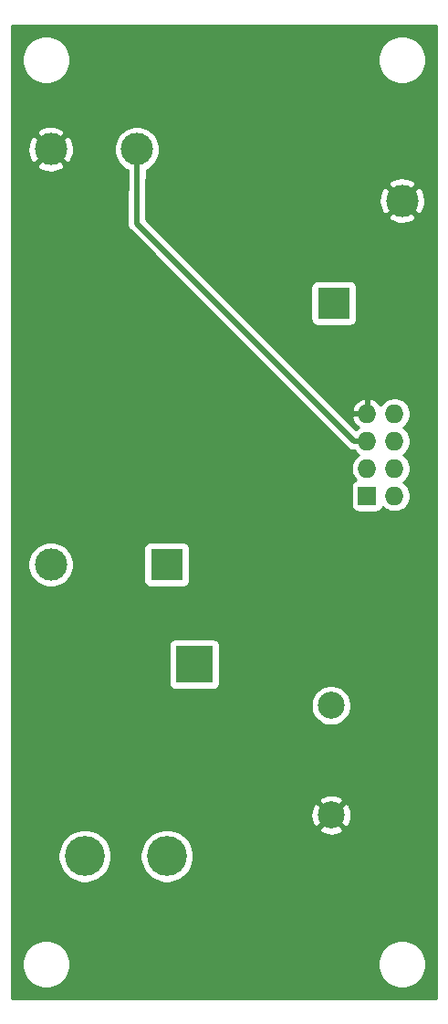
<source format=gbl>
G04 #@! TF.GenerationSoftware,KiCad,Pcbnew,(5.1.5)-3*
G04 #@! TF.CreationDate,2020-05-07T10:05:27-07:00*
G04 #@! TF.ProjectId,Plug_Pass_AC_shield,506c7567-5f50-4617-9373-5f41435f7368,rev?*
G04 #@! TF.SameCoordinates,Original*
G04 #@! TF.FileFunction,Copper,L2,Bot*
G04 #@! TF.FilePolarity,Positive*
%FSLAX46Y46*%
G04 Gerber Fmt 4.6, Leading zero omitted, Abs format (unit mm)*
G04 Created by KiCad (PCBNEW (5.1.5)-3) date 2020-05-07 10:05:27*
%MOMM*%
%LPD*%
G04 APERTURE LIST*
%ADD10C,3.000000*%
%ADD11R,3.000000X3.000000*%
%ADD12C,2.500000*%
%ADD13R,3.500000X3.500000*%
%ADD14C,3.700000*%
%ADD15O,1.727200X1.727200*%
%ADD16R,1.727200X1.727200*%
%ADD17C,0.508000*%
%ADD18C,0.254000*%
G04 APERTURE END LIST*
D10*
X214645240Y-67657580D03*
D11*
X208295240Y-77157580D03*
D12*
X208045240Y-114447320D03*
X208045240Y-124607320D03*
D13*
X195345240Y-110637320D03*
D14*
X192805240Y-128417320D03*
X185185240Y-128417320D03*
D11*
X192786000Y-101386640D03*
D10*
X190036000Y-62886640D03*
X182036000Y-101386640D03*
X182036000Y-62886640D03*
D15*
X213934040Y-87403940D03*
X211394040Y-87403940D03*
X213934040Y-89943940D03*
X211394040Y-89943940D03*
X213934040Y-92483940D03*
X211394040Y-92483940D03*
X213934040Y-95023940D03*
D16*
X211394040Y-95023940D03*
D17*
X190036000Y-62886640D02*
X190036000Y-65090860D01*
X189999620Y-69770834D02*
X189999620Y-68407280D01*
X210172726Y-89943940D02*
X189999620Y-69770834D01*
X211394040Y-89943940D02*
X210172726Y-89943940D01*
X189999620Y-68407280D02*
X190036000Y-65090860D01*
D18*
G36*
X217792301Y-141592300D02*
G01*
X178447700Y-141592300D01*
X178447700Y-138205296D01*
X179328539Y-138205296D01*
X179328539Y-138654704D01*
X179416214Y-139095478D01*
X179588196Y-139510677D01*
X179837874Y-139884347D01*
X180155653Y-140202126D01*
X180529323Y-140451804D01*
X180944522Y-140623786D01*
X181385296Y-140711461D01*
X181834704Y-140711461D01*
X182275478Y-140623786D01*
X182690677Y-140451804D01*
X183064347Y-140202126D01*
X183382126Y-139884347D01*
X183631804Y-139510677D01*
X183803786Y-139095478D01*
X183891461Y-138654704D01*
X183891461Y-138205296D01*
X212348539Y-138205296D01*
X212348539Y-138654704D01*
X212436214Y-139095478D01*
X212608196Y-139510677D01*
X212857874Y-139884347D01*
X213175653Y-140202126D01*
X213549323Y-140451804D01*
X213964522Y-140623786D01*
X214405296Y-140711461D01*
X214854704Y-140711461D01*
X215295478Y-140623786D01*
X215710677Y-140451804D01*
X216084347Y-140202126D01*
X216402126Y-139884347D01*
X216651804Y-139510677D01*
X216823786Y-139095478D01*
X216911461Y-138654704D01*
X216911461Y-138205296D01*
X216823786Y-137764522D01*
X216651804Y-137349323D01*
X216402126Y-136975653D01*
X216084347Y-136657874D01*
X215710677Y-136408196D01*
X215295478Y-136236214D01*
X214854704Y-136148539D01*
X214405296Y-136148539D01*
X213964522Y-136236214D01*
X213549323Y-136408196D01*
X213175653Y-136657874D01*
X212857874Y-136975653D01*
X212608196Y-137349323D01*
X212436214Y-137764522D01*
X212348539Y-138205296D01*
X183891461Y-138205296D01*
X183803786Y-137764522D01*
X183631804Y-137349323D01*
X183382126Y-136975653D01*
X183064347Y-136657874D01*
X182690677Y-136408196D01*
X182275478Y-136236214D01*
X181834704Y-136148539D01*
X181385296Y-136148539D01*
X180944522Y-136236214D01*
X180529323Y-136408196D01*
X180155653Y-136657874D01*
X179837874Y-136975653D01*
X179588196Y-137349323D01*
X179416214Y-137764522D01*
X179328539Y-138205296D01*
X178447700Y-138205296D01*
X178447700Y-128172569D01*
X182700240Y-128172569D01*
X182700240Y-128662071D01*
X182795737Y-129142168D01*
X182983061Y-129594409D01*
X183255014Y-130001415D01*
X183601145Y-130347546D01*
X184008151Y-130619499D01*
X184460392Y-130806823D01*
X184940489Y-130902320D01*
X185429991Y-130902320D01*
X185910088Y-130806823D01*
X186362329Y-130619499D01*
X186769335Y-130347546D01*
X187115466Y-130001415D01*
X187387419Y-129594409D01*
X187574743Y-129142168D01*
X187670240Y-128662071D01*
X187670240Y-128172569D01*
X190320240Y-128172569D01*
X190320240Y-128662071D01*
X190415737Y-129142168D01*
X190603061Y-129594409D01*
X190875014Y-130001415D01*
X191221145Y-130347546D01*
X191628151Y-130619499D01*
X192080392Y-130806823D01*
X192560489Y-130902320D01*
X193049991Y-130902320D01*
X193530088Y-130806823D01*
X193982329Y-130619499D01*
X194389335Y-130347546D01*
X194735466Y-130001415D01*
X195007419Y-129594409D01*
X195194743Y-129142168D01*
X195290240Y-128662071D01*
X195290240Y-128172569D01*
X195194743Y-127692472D01*
X195007419Y-127240231D01*
X194735466Y-126833225D01*
X194389335Y-126487094D01*
X193982329Y-126215141D01*
X193530088Y-126027817D01*
X193049991Y-125932320D01*
X192560489Y-125932320D01*
X192080392Y-126027817D01*
X191628151Y-126215141D01*
X191221145Y-126487094D01*
X190875014Y-126833225D01*
X190603061Y-127240231D01*
X190415737Y-127692472D01*
X190320240Y-128172569D01*
X187670240Y-128172569D01*
X187574743Y-127692472D01*
X187387419Y-127240231D01*
X187115466Y-126833225D01*
X186769335Y-126487094D01*
X186362329Y-126215141D01*
X185910088Y-126027817D01*
X185429991Y-125932320D01*
X184940489Y-125932320D01*
X184460392Y-126027817D01*
X184008151Y-126215141D01*
X183601145Y-126487094D01*
X183255014Y-126833225D01*
X182983061Y-127240231D01*
X182795737Y-127692472D01*
X182700240Y-128172569D01*
X178447700Y-128172569D01*
X178447700Y-125920925D01*
X206911240Y-125920925D01*
X207037154Y-126210897D01*
X207369366Y-126376753D01*
X207727552Y-126474610D01*
X208097946Y-126500709D01*
X208466315Y-126454045D01*
X208818502Y-126336414D01*
X209053326Y-126210897D01*
X209179240Y-125920925D01*
X208045240Y-124786925D01*
X206911240Y-125920925D01*
X178447700Y-125920925D01*
X178447700Y-124660026D01*
X206151851Y-124660026D01*
X206198515Y-125028395D01*
X206316146Y-125380582D01*
X206441663Y-125615406D01*
X206731635Y-125741320D01*
X207865635Y-124607320D01*
X208224845Y-124607320D01*
X209358845Y-125741320D01*
X209648817Y-125615406D01*
X209814673Y-125283194D01*
X209912530Y-124925008D01*
X209938629Y-124554614D01*
X209891965Y-124186245D01*
X209774334Y-123834058D01*
X209648817Y-123599234D01*
X209358845Y-123473320D01*
X208224845Y-124607320D01*
X207865635Y-124607320D01*
X206731635Y-123473320D01*
X206441663Y-123599234D01*
X206275807Y-123931446D01*
X206177950Y-124289632D01*
X206151851Y-124660026D01*
X178447700Y-124660026D01*
X178447700Y-123293715D01*
X206911240Y-123293715D01*
X208045240Y-124427715D01*
X209179240Y-123293715D01*
X209053326Y-123003743D01*
X208721114Y-122837887D01*
X208362928Y-122740030D01*
X207992534Y-122713931D01*
X207624165Y-122760595D01*
X207271978Y-122878226D01*
X207037154Y-123003743D01*
X206911240Y-123293715D01*
X178447700Y-123293715D01*
X178447700Y-114261664D01*
X206160240Y-114261664D01*
X206160240Y-114632976D01*
X206232679Y-114997154D01*
X206374774Y-115340202D01*
X206581065Y-115648938D01*
X206843622Y-115911495D01*
X207152358Y-116117786D01*
X207495406Y-116259881D01*
X207859584Y-116332320D01*
X208230896Y-116332320D01*
X208595074Y-116259881D01*
X208938122Y-116117786D01*
X209246858Y-115911495D01*
X209509415Y-115648938D01*
X209715706Y-115340202D01*
X209857801Y-114997154D01*
X209930240Y-114632976D01*
X209930240Y-114261664D01*
X209857801Y-113897486D01*
X209715706Y-113554438D01*
X209509415Y-113245702D01*
X209246858Y-112983145D01*
X208938122Y-112776854D01*
X208595074Y-112634759D01*
X208230896Y-112562320D01*
X207859584Y-112562320D01*
X207495406Y-112634759D01*
X207152358Y-112776854D01*
X206843622Y-112983145D01*
X206581065Y-113245702D01*
X206374774Y-113554438D01*
X206232679Y-113897486D01*
X206160240Y-114261664D01*
X178447700Y-114261664D01*
X178447700Y-108887320D01*
X192957168Y-108887320D01*
X192957168Y-112387320D01*
X192969428Y-112511802D01*
X193005738Y-112631500D01*
X193064703Y-112741814D01*
X193144055Y-112838505D01*
X193240746Y-112917857D01*
X193351060Y-112976822D01*
X193470758Y-113013132D01*
X193595240Y-113025392D01*
X197095240Y-113025392D01*
X197219722Y-113013132D01*
X197339420Y-112976822D01*
X197449734Y-112917857D01*
X197546425Y-112838505D01*
X197625777Y-112741814D01*
X197684742Y-112631500D01*
X197721052Y-112511802D01*
X197733312Y-112387320D01*
X197733312Y-108887320D01*
X197721052Y-108762838D01*
X197684742Y-108643140D01*
X197625777Y-108532826D01*
X197546425Y-108436135D01*
X197449734Y-108356783D01*
X197339420Y-108297818D01*
X197219722Y-108261508D01*
X197095240Y-108249248D01*
X193595240Y-108249248D01*
X193470758Y-108261508D01*
X193351060Y-108297818D01*
X193240746Y-108356783D01*
X193144055Y-108436135D01*
X193064703Y-108532826D01*
X193005738Y-108643140D01*
X192969428Y-108762838D01*
X192957168Y-108887320D01*
X178447700Y-108887320D01*
X178447700Y-101176361D01*
X179901000Y-101176361D01*
X179901000Y-101596919D01*
X179983047Y-102009396D01*
X180143988Y-102397942D01*
X180377637Y-102747623D01*
X180675017Y-103045003D01*
X181024698Y-103278652D01*
X181413244Y-103439593D01*
X181825721Y-103521640D01*
X182246279Y-103521640D01*
X182658756Y-103439593D01*
X183047302Y-103278652D01*
X183396983Y-103045003D01*
X183694363Y-102747623D01*
X183928012Y-102397942D01*
X184088953Y-102009396D01*
X184171000Y-101596919D01*
X184171000Y-101176361D01*
X184088953Y-100763884D01*
X183928012Y-100375338D01*
X183694363Y-100025657D01*
X183555346Y-99886640D01*
X190647928Y-99886640D01*
X190647928Y-102886640D01*
X190660188Y-103011122D01*
X190696498Y-103130820D01*
X190755463Y-103241134D01*
X190834815Y-103337825D01*
X190931506Y-103417177D01*
X191041820Y-103476142D01*
X191161518Y-103512452D01*
X191286000Y-103524712D01*
X194286000Y-103524712D01*
X194410482Y-103512452D01*
X194530180Y-103476142D01*
X194640494Y-103417177D01*
X194737185Y-103337825D01*
X194816537Y-103241134D01*
X194875502Y-103130820D01*
X194911812Y-103011122D01*
X194924072Y-102886640D01*
X194924072Y-99886640D01*
X194911812Y-99762158D01*
X194875502Y-99642460D01*
X194816537Y-99532146D01*
X194737185Y-99435455D01*
X194640494Y-99356103D01*
X194530180Y-99297138D01*
X194410482Y-99260828D01*
X194286000Y-99248568D01*
X191286000Y-99248568D01*
X191161518Y-99260828D01*
X191041820Y-99297138D01*
X190931506Y-99356103D01*
X190834815Y-99435455D01*
X190755463Y-99532146D01*
X190696498Y-99642460D01*
X190660188Y-99762158D01*
X190647928Y-99886640D01*
X183555346Y-99886640D01*
X183396983Y-99728277D01*
X183047302Y-99494628D01*
X182658756Y-99333687D01*
X182246279Y-99251640D01*
X181825721Y-99251640D01*
X181413244Y-99333687D01*
X181024698Y-99494628D01*
X180675017Y-99728277D01*
X180377637Y-100025657D01*
X180143988Y-100375338D01*
X179983047Y-100763884D01*
X179901000Y-101176361D01*
X178447700Y-101176361D01*
X178447700Y-64378293D01*
X180723952Y-64378293D01*
X180879962Y-64693854D01*
X181254745Y-64884660D01*
X181659551Y-64998684D01*
X182078824Y-65031542D01*
X182496451Y-64981974D01*
X182896383Y-64851883D01*
X183192038Y-64693854D01*
X183348048Y-64378293D01*
X182036000Y-63066245D01*
X180723952Y-64378293D01*
X178447700Y-64378293D01*
X178447700Y-62929464D01*
X179891098Y-62929464D01*
X179940666Y-63347091D01*
X180070757Y-63747023D01*
X180228786Y-64042678D01*
X180544347Y-64198688D01*
X181856395Y-62886640D01*
X182215605Y-62886640D01*
X183527653Y-64198688D01*
X183843214Y-64042678D01*
X184034020Y-63667895D01*
X184148044Y-63263089D01*
X184180902Y-62843816D01*
X184161027Y-62676361D01*
X187901000Y-62676361D01*
X187901000Y-63096919D01*
X187983047Y-63509396D01*
X188143988Y-63897942D01*
X188377637Y-64247623D01*
X188675017Y-64545003D01*
X189024698Y-64778652D01*
X189147001Y-64829311D01*
X189147001Y-65085943D01*
X189111099Y-68358757D01*
X189110621Y-68363613D01*
X189110621Y-68402360D01*
X189110195Y-68441192D01*
X189110621Y-68446064D01*
X189110620Y-69727174D01*
X189106320Y-69770834D01*
X189110620Y-69814494D01*
X189110620Y-69814500D01*
X189123484Y-69945107D01*
X189174317Y-70112684D01*
X189256867Y-70267124D01*
X189367961Y-70402493D01*
X189401884Y-70430333D01*
X209513232Y-90541682D01*
X209541067Y-90575599D01*
X209676435Y-90686693D01*
X209830875Y-90769243D01*
X209896784Y-90789236D01*
X209998450Y-90820076D01*
X210031650Y-90823346D01*
X210129059Y-90832940D01*
X210129065Y-90832940D01*
X210172725Y-90837240D01*
X210187594Y-90835776D01*
X210230001Y-90899242D01*
X210438738Y-91107979D01*
X210597321Y-91213940D01*
X210438738Y-91319901D01*
X210230001Y-91528638D01*
X210065998Y-91774087D01*
X209953030Y-92046815D01*
X209895440Y-92336341D01*
X209895440Y-92631539D01*
X209953030Y-92921065D01*
X210065998Y-93193793D01*
X210230001Y-93439242D01*
X210344063Y-93553304D01*
X210286260Y-93570838D01*
X210175946Y-93629803D01*
X210079255Y-93709155D01*
X209999903Y-93805846D01*
X209940938Y-93916160D01*
X209904628Y-94035858D01*
X209892368Y-94160340D01*
X209892368Y-95887540D01*
X209904628Y-96012022D01*
X209940938Y-96131720D01*
X209999903Y-96242034D01*
X210079255Y-96338725D01*
X210175946Y-96418077D01*
X210286260Y-96477042D01*
X210405958Y-96513352D01*
X210530440Y-96525612D01*
X212257640Y-96525612D01*
X212382122Y-96513352D01*
X212501820Y-96477042D01*
X212612134Y-96418077D01*
X212708825Y-96338725D01*
X212788177Y-96242034D01*
X212847142Y-96131720D01*
X212864676Y-96073917D01*
X212978738Y-96187979D01*
X213224187Y-96351982D01*
X213496915Y-96464950D01*
X213786441Y-96522540D01*
X214081639Y-96522540D01*
X214371165Y-96464950D01*
X214643893Y-96351982D01*
X214889342Y-96187979D01*
X215098079Y-95979242D01*
X215262082Y-95733793D01*
X215375050Y-95461065D01*
X215432640Y-95171539D01*
X215432640Y-94876341D01*
X215375050Y-94586815D01*
X215262082Y-94314087D01*
X215098079Y-94068638D01*
X214889342Y-93859901D01*
X214730759Y-93753940D01*
X214889342Y-93647979D01*
X215098079Y-93439242D01*
X215262082Y-93193793D01*
X215375050Y-92921065D01*
X215432640Y-92631539D01*
X215432640Y-92336341D01*
X215375050Y-92046815D01*
X215262082Y-91774087D01*
X215098079Y-91528638D01*
X214889342Y-91319901D01*
X214730759Y-91213940D01*
X214889342Y-91107979D01*
X215098079Y-90899242D01*
X215262082Y-90653793D01*
X215375050Y-90381065D01*
X215432640Y-90091539D01*
X215432640Y-89796341D01*
X215375050Y-89506815D01*
X215262082Y-89234087D01*
X215098079Y-88988638D01*
X214889342Y-88779901D01*
X214730759Y-88673940D01*
X214889342Y-88567979D01*
X215098079Y-88359242D01*
X215262082Y-88113793D01*
X215375050Y-87841065D01*
X215432640Y-87551539D01*
X215432640Y-87256341D01*
X215375050Y-86966815D01*
X215262082Y-86694087D01*
X215098079Y-86448638D01*
X214889342Y-86239901D01*
X214643893Y-86075898D01*
X214371165Y-85962930D01*
X214081639Y-85905340D01*
X213786441Y-85905340D01*
X213496915Y-85962930D01*
X213224187Y-86075898D01*
X212978738Y-86239901D01*
X212770001Y-86448638D01*
X212662348Y-86609753D01*
X212500894Y-86393647D01*
X212282528Y-86197123D01*
X212030018Y-86046976D01*
X211753067Y-85948977D01*
X211521040Y-86069476D01*
X211521040Y-87276940D01*
X211541040Y-87276940D01*
X211541040Y-87530940D01*
X211521040Y-87530940D01*
X211521040Y-87550940D01*
X211267040Y-87550940D01*
X211267040Y-87530940D01*
X210060223Y-87530940D01*
X209939082Y-87762966D01*
X209984818Y-87913754D01*
X210111356Y-88178884D01*
X210287186Y-88414233D01*
X210505552Y-88610757D01*
X210604143Y-88669381D01*
X210438738Y-88779901D01*
X210352330Y-88866309D01*
X208530935Y-87044914D01*
X209939082Y-87044914D01*
X210060223Y-87276940D01*
X211267040Y-87276940D01*
X211267040Y-86069476D01*
X211035013Y-85948977D01*
X210758062Y-86046976D01*
X210505552Y-86197123D01*
X210287186Y-86393647D01*
X210111356Y-86628996D01*
X209984818Y-86894126D01*
X209939082Y-87044914D01*
X208530935Y-87044914D01*
X197143601Y-75657580D01*
X206157168Y-75657580D01*
X206157168Y-78657580D01*
X206169428Y-78782062D01*
X206205738Y-78901760D01*
X206264703Y-79012074D01*
X206344055Y-79108765D01*
X206440746Y-79188117D01*
X206551060Y-79247082D01*
X206670758Y-79283392D01*
X206795240Y-79295652D01*
X209795240Y-79295652D01*
X209919722Y-79283392D01*
X210039420Y-79247082D01*
X210149734Y-79188117D01*
X210246425Y-79108765D01*
X210325777Y-79012074D01*
X210384742Y-78901760D01*
X210421052Y-78782062D01*
X210433312Y-78657580D01*
X210433312Y-75657580D01*
X210421052Y-75533098D01*
X210384742Y-75413400D01*
X210325777Y-75303086D01*
X210246425Y-75206395D01*
X210149734Y-75127043D01*
X210039420Y-75068078D01*
X209919722Y-75031768D01*
X209795240Y-75019508D01*
X206795240Y-75019508D01*
X206670758Y-75031768D01*
X206551060Y-75068078D01*
X206440746Y-75127043D01*
X206344055Y-75206395D01*
X206264703Y-75303086D01*
X206205738Y-75413400D01*
X206169428Y-75533098D01*
X206157168Y-75657580D01*
X197143601Y-75657580D01*
X190888620Y-69402599D01*
X190888620Y-69149233D01*
X213333192Y-69149233D01*
X213489202Y-69464794D01*
X213863985Y-69655600D01*
X214268791Y-69769624D01*
X214688064Y-69802482D01*
X215105691Y-69752914D01*
X215505623Y-69622823D01*
X215801278Y-69464794D01*
X215957288Y-69149233D01*
X214645240Y-67837185D01*
X213333192Y-69149233D01*
X190888620Y-69149233D01*
X190888620Y-68412106D01*
X190896427Y-67700404D01*
X212500338Y-67700404D01*
X212549906Y-68118031D01*
X212679997Y-68517963D01*
X212838026Y-68813618D01*
X213153587Y-68969628D01*
X214465635Y-67657580D01*
X214824845Y-67657580D01*
X216136893Y-68969628D01*
X216452454Y-68813618D01*
X216643260Y-68438835D01*
X216757284Y-68034029D01*
X216790142Y-67614756D01*
X216740574Y-67197129D01*
X216610483Y-66797197D01*
X216452454Y-66501542D01*
X216136893Y-66345532D01*
X214824845Y-67657580D01*
X214465635Y-67657580D01*
X213153587Y-66345532D01*
X212838026Y-66501542D01*
X212647220Y-66876325D01*
X212533196Y-67281131D01*
X212500338Y-67700404D01*
X190896427Y-67700404D01*
X190913260Y-66165927D01*
X213333192Y-66165927D01*
X214645240Y-67477975D01*
X215957288Y-66165927D01*
X215801278Y-65850366D01*
X215426495Y-65659560D01*
X215021689Y-65545536D01*
X214602416Y-65512678D01*
X214184789Y-65562246D01*
X213784857Y-65692337D01*
X213489202Y-65850366D01*
X213333192Y-66165927D01*
X190913260Y-66165927D01*
X190924521Y-65139395D01*
X190925000Y-65134527D01*
X190925000Y-65095690D01*
X190925425Y-65056947D01*
X190925000Y-65052086D01*
X190925000Y-64829311D01*
X191047302Y-64778652D01*
X191396983Y-64545003D01*
X191694363Y-64247623D01*
X191928012Y-63897942D01*
X192088953Y-63509396D01*
X192171000Y-63096919D01*
X192171000Y-62676361D01*
X192088953Y-62263884D01*
X191928012Y-61875338D01*
X191694363Y-61525657D01*
X191396983Y-61228277D01*
X191047302Y-60994628D01*
X190658756Y-60833687D01*
X190246279Y-60751640D01*
X189825721Y-60751640D01*
X189413244Y-60833687D01*
X189024698Y-60994628D01*
X188675017Y-61228277D01*
X188377637Y-61525657D01*
X188143988Y-61875338D01*
X187983047Y-62263884D01*
X187901000Y-62676361D01*
X184161027Y-62676361D01*
X184131334Y-62426189D01*
X184001243Y-62026257D01*
X183843214Y-61730602D01*
X183527653Y-61574592D01*
X182215605Y-62886640D01*
X181856395Y-62886640D01*
X180544347Y-61574592D01*
X180228786Y-61730602D01*
X180037980Y-62105385D01*
X179923956Y-62510191D01*
X179891098Y-62929464D01*
X178447700Y-62929464D01*
X178447700Y-61394987D01*
X180723952Y-61394987D01*
X182036000Y-62707035D01*
X183348048Y-61394987D01*
X183192038Y-61079426D01*
X182817255Y-60888620D01*
X182412449Y-60774596D01*
X181993176Y-60741738D01*
X181575549Y-60791306D01*
X181175617Y-60921397D01*
X180879962Y-61079426D01*
X180723952Y-61394987D01*
X178447700Y-61394987D01*
X178447700Y-54385296D01*
X179328539Y-54385296D01*
X179328539Y-54834704D01*
X179416214Y-55275478D01*
X179588196Y-55690677D01*
X179837874Y-56064347D01*
X180155653Y-56382126D01*
X180529323Y-56631804D01*
X180944522Y-56803786D01*
X181385296Y-56891461D01*
X181834704Y-56891461D01*
X182275478Y-56803786D01*
X182690677Y-56631804D01*
X183064347Y-56382126D01*
X183382126Y-56064347D01*
X183631804Y-55690677D01*
X183803786Y-55275478D01*
X183891461Y-54834704D01*
X183891461Y-54385296D01*
X212348539Y-54385296D01*
X212348539Y-54834704D01*
X212436214Y-55275478D01*
X212608196Y-55690677D01*
X212857874Y-56064347D01*
X213175653Y-56382126D01*
X213549323Y-56631804D01*
X213964522Y-56803786D01*
X214405296Y-56891461D01*
X214854704Y-56891461D01*
X215295478Y-56803786D01*
X215710677Y-56631804D01*
X216084347Y-56382126D01*
X216402126Y-56064347D01*
X216651804Y-55690677D01*
X216823786Y-55275478D01*
X216911461Y-54834704D01*
X216911461Y-54385296D01*
X216823786Y-53944522D01*
X216651804Y-53529323D01*
X216402126Y-53155653D01*
X216084347Y-52837874D01*
X215710677Y-52588196D01*
X215295478Y-52416214D01*
X214854704Y-52328539D01*
X214405296Y-52328539D01*
X213964522Y-52416214D01*
X213549323Y-52588196D01*
X213175653Y-52837874D01*
X212857874Y-53155653D01*
X212608196Y-53529323D01*
X212436214Y-53944522D01*
X212348539Y-54385296D01*
X183891461Y-54385296D01*
X183803786Y-53944522D01*
X183631804Y-53529323D01*
X183382126Y-53155653D01*
X183064347Y-52837874D01*
X182690677Y-52588196D01*
X182275478Y-52416214D01*
X181834704Y-52328539D01*
X181385296Y-52328539D01*
X180944522Y-52416214D01*
X180529323Y-52588196D01*
X180155653Y-52837874D01*
X179837874Y-53155653D01*
X179588196Y-53529323D01*
X179416214Y-53944522D01*
X179328539Y-54385296D01*
X178447700Y-54385296D01*
X178447700Y-51447700D01*
X217792300Y-51447700D01*
X217792301Y-141592300D01*
G37*
X217792301Y-141592300D02*
X178447700Y-141592300D01*
X178447700Y-138205296D01*
X179328539Y-138205296D01*
X179328539Y-138654704D01*
X179416214Y-139095478D01*
X179588196Y-139510677D01*
X179837874Y-139884347D01*
X180155653Y-140202126D01*
X180529323Y-140451804D01*
X180944522Y-140623786D01*
X181385296Y-140711461D01*
X181834704Y-140711461D01*
X182275478Y-140623786D01*
X182690677Y-140451804D01*
X183064347Y-140202126D01*
X183382126Y-139884347D01*
X183631804Y-139510677D01*
X183803786Y-139095478D01*
X183891461Y-138654704D01*
X183891461Y-138205296D01*
X212348539Y-138205296D01*
X212348539Y-138654704D01*
X212436214Y-139095478D01*
X212608196Y-139510677D01*
X212857874Y-139884347D01*
X213175653Y-140202126D01*
X213549323Y-140451804D01*
X213964522Y-140623786D01*
X214405296Y-140711461D01*
X214854704Y-140711461D01*
X215295478Y-140623786D01*
X215710677Y-140451804D01*
X216084347Y-140202126D01*
X216402126Y-139884347D01*
X216651804Y-139510677D01*
X216823786Y-139095478D01*
X216911461Y-138654704D01*
X216911461Y-138205296D01*
X216823786Y-137764522D01*
X216651804Y-137349323D01*
X216402126Y-136975653D01*
X216084347Y-136657874D01*
X215710677Y-136408196D01*
X215295478Y-136236214D01*
X214854704Y-136148539D01*
X214405296Y-136148539D01*
X213964522Y-136236214D01*
X213549323Y-136408196D01*
X213175653Y-136657874D01*
X212857874Y-136975653D01*
X212608196Y-137349323D01*
X212436214Y-137764522D01*
X212348539Y-138205296D01*
X183891461Y-138205296D01*
X183803786Y-137764522D01*
X183631804Y-137349323D01*
X183382126Y-136975653D01*
X183064347Y-136657874D01*
X182690677Y-136408196D01*
X182275478Y-136236214D01*
X181834704Y-136148539D01*
X181385296Y-136148539D01*
X180944522Y-136236214D01*
X180529323Y-136408196D01*
X180155653Y-136657874D01*
X179837874Y-136975653D01*
X179588196Y-137349323D01*
X179416214Y-137764522D01*
X179328539Y-138205296D01*
X178447700Y-138205296D01*
X178447700Y-128172569D01*
X182700240Y-128172569D01*
X182700240Y-128662071D01*
X182795737Y-129142168D01*
X182983061Y-129594409D01*
X183255014Y-130001415D01*
X183601145Y-130347546D01*
X184008151Y-130619499D01*
X184460392Y-130806823D01*
X184940489Y-130902320D01*
X185429991Y-130902320D01*
X185910088Y-130806823D01*
X186362329Y-130619499D01*
X186769335Y-130347546D01*
X187115466Y-130001415D01*
X187387419Y-129594409D01*
X187574743Y-129142168D01*
X187670240Y-128662071D01*
X187670240Y-128172569D01*
X190320240Y-128172569D01*
X190320240Y-128662071D01*
X190415737Y-129142168D01*
X190603061Y-129594409D01*
X190875014Y-130001415D01*
X191221145Y-130347546D01*
X191628151Y-130619499D01*
X192080392Y-130806823D01*
X192560489Y-130902320D01*
X193049991Y-130902320D01*
X193530088Y-130806823D01*
X193982329Y-130619499D01*
X194389335Y-130347546D01*
X194735466Y-130001415D01*
X195007419Y-129594409D01*
X195194743Y-129142168D01*
X195290240Y-128662071D01*
X195290240Y-128172569D01*
X195194743Y-127692472D01*
X195007419Y-127240231D01*
X194735466Y-126833225D01*
X194389335Y-126487094D01*
X193982329Y-126215141D01*
X193530088Y-126027817D01*
X193049991Y-125932320D01*
X192560489Y-125932320D01*
X192080392Y-126027817D01*
X191628151Y-126215141D01*
X191221145Y-126487094D01*
X190875014Y-126833225D01*
X190603061Y-127240231D01*
X190415737Y-127692472D01*
X190320240Y-128172569D01*
X187670240Y-128172569D01*
X187574743Y-127692472D01*
X187387419Y-127240231D01*
X187115466Y-126833225D01*
X186769335Y-126487094D01*
X186362329Y-126215141D01*
X185910088Y-126027817D01*
X185429991Y-125932320D01*
X184940489Y-125932320D01*
X184460392Y-126027817D01*
X184008151Y-126215141D01*
X183601145Y-126487094D01*
X183255014Y-126833225D01*
X182983061Y-127240231D01*
X182795737Y-127692472D01*
X182700240Y-128172569D01*
X178447700Y-128172569D01*
X178447700Y-125920925D01*
X206911240Y-125920925D01*
X207037154Y-126210897D01*
X207369366Y-126376753D01*
X207727552Y-126474610D01*
X208097946Y-126500709D01*
X208466315Y-126454045D01*
X208818502Y-126336414D01*
X209053326Y-126210897D01*
X209179240Y-125920925D01*
X208045240Y-124786925D01*
X206911240Y-125920925D01*
X178447700Y-125920925D01*
X178447700Y-124660026D01*
X206151851Y-124660026D01*
X206198515Y-125028395D01*
X206316146Y-125380582D01*
X206441663Y-125615406D01*
X206731635Y-125741320D01*
X207865635Y-124607320D01*
X208224845Y-124607320D01*
X209358845Y-125741320D01*
X209648817Y-125615406D01*
X209814673Y-125283194D01*
X209912530Y-124925008D01*
X209938629Y-124554614D01*
X209891965Y-124186245D01*
X209774334Y-123834058D01*
X209648817Y-123599234D01*
X209358845Y-123473320D01*
X208224845Y-124607320D01*
X207865635Y-124607320D01*
X206731635Y-123473320D01*
X206441663Y-123599234D01*
X206275807Y-123931446D01*
X206177950Y-124289632D01*
X206151851Y-124660026D01*
X178447700Y-124660026D01*
X178447700Y-123293715D01*
X206911240Y-123293715D01*
X208045240Y-124427715D01*
X209179240Y-123293715D01*
X209053326Y-123003743D01*
X208721114Y-122837887D01*
X208362928Y-122740030D01*
X207992534Y-122713931D01*
X207624165Y-122760595D01*
X207271978Y-122878226D01*
X207037154Y-123003743D01*
X206911240Y-123293715D01*
X178447700Y-123293715D01*
X178447700Y-114261664D01*
X206160240Y-114261664D01*
X206160240Y-114632976D01*
X206232679Y-114997154D01*
X206374774Y-115340202D01*
X206581065Y-115648938D01*
X206843622Y-115911495D01*
X207152358Y-116117786D01*
X207495406Y-116259881D01*
X207859584Y-116332320D01*
X208230896Y-116332320D01*
X208595074Y-116259881D01*
X208938122Y-116117786D01*
X209246858Y-115911495D01*
X209509415Y-115648938D01*
X209715706Y-115340202D01*
X209857801Y-114997154D01*
X209930240Y-114632976D01*
X209930240Y-114261664D01*
X209857801Y-113897486D01*
X209715706Y-113554438D01*
X209509415Y-113245702D01*
X209246858Y-112983145D01*
X208938122Y-112776854D01*
X208595074Y-112634759D01*
X208230896Y-112562320D01*
X207859584Y-112562320D01*
X207495406Y-112634759D01*
X207152358Y-112776854D01*
X206843622Y-112983145D01*
X206581065Y-113245702D01*
X206374774Y-113554438D01*
X206232679Y-113897486D01*
X206160240Y-114261664D01*
X178447700Y-114261664D01*
X178447700Y-108887320D01*
X192957168Y-108887320D01*
X192957168Y-112387320D01*
X192969428Y-112511802D01*
X193005738Y-112631500D01*
X193064703Y-112741814D01*
X193144055Y-112838505D01*
X193240746Y-112917857D01*
X193351060Y-112976822D01*
X193470758Y-113013132D01*
X193595240Y-113025392D01*
X197095240Y-113025392D01*
X197219722Y-113013132D01*
X197339420Y-112976822D01*
X197449734Y-112917857D01*
X197546425Y-112838505D01*
X197625777Y-112741814D01*
X197684742Y-112631500D01*
X197721052Y-112511802D01*
X197733312Y-112387320D01*
X197733312Y-108887320D01*
X197721052Y-108762838D01*
X197684742Y-108643140D01*
X197625777Y-108532826D01*
X197546425Y-108436135D01*
X197449734Y-108356783D01*
X197339420Y-108297818D01*
X197219722Y-108261508D01*
X197095240Y-108249248D01*
X193595240Y-108249248D01*
X193470758Y-108261508D01*
X193351060Y-108297818D01*
X193240746Y-108356783D01*
X193144055Y-108436135D01*
X193064703Y-108532826D01*
X193005738Y-108643140D01*
X192969428Y-108762838D01*
X192957168Y-108887320D01*
X178447700Y-108887320D01*
X178447700Y-101176361D01*
X179901000Y-101176361D01*
X179901000Y-101596919D01*
X179983047Y-102009396D01*
X180143988Y-102397942D01*
X180377637Y-102747623D01*
X180675017Y-103045003D01*
X181024698Y-103278652D01*
X181413244Y-103439593D01*
X181825721Y-103521640D01*
X182246279Y-103521640D01*
X182658756Y-103439593D01*
X183047302Y-103278652D01*
X183396983Y-103045003D01*
X183694363Y-102747623D01*
X183928012Y-102397942D01*
X184088953Y-102009396D01*
X184171000Y-101596919D01*
X184171000Y-101176361D01*
X184088953Y-100763884D01*
X183928012Y-100375338D01*
X183694363Y-100025657D01*
X183555346Y-99886640D01*
X190647928Y-99886640D01*
X190647928Y-102886640D01*
X190660188Y-103011122D01*
X190696498Y-103130820D01*
X190755463Y-103241134D01*
X190834815Y-103337825D01*
X190931506Y-103417177D01*
X191041820Y-103476142D01*
X191161518Y-103512452D01*
X191286000Y-103524712D01*
X194286000Y-103524712D01*
X194410482Y-103512452D01*
X194530180Y-103476142D01*
X194640494Y-103417177D01*
X194737185Y-103337825D01*
X194816537Y-103241134D01*
X194875502Y-103130820D01*
X194911812Y-103011122D01*
X194924072Y-102886640D01*
X194924072Y-99886640D01*
X194911812Y-99762158D01*
X194875502Y-99642460D01*
X194816537Y-99532146D01*
X194737185Y-99435455D01*
X194640494Y-99356103D01*
X194530180Y-99297138D01*
X194410482Y-99260828D01*
X194286000Y-99248568D01*
X191286000Y-99248568D01*
X191161518Y-99260828D01*
X191041820Y-99297138D01*
X190931506Y-99356103D01*
X190834815Y-99435455D01*
X190755463Y-99532146D01*
X190696498Y-99642460D01*
X190660188Y-99762158D01*
X190647928Y-99886640D01*
X183555346Y-99886640D01*
X183396983Y-99728277D01*
X183047302Y-99494628D01*
X182658756Y-99333687D01*
X182246279Y-99251640D01*
X181825721Y-99251640D01*
X181413244Y-99333687D01*
X181024698Y-99494628D01*
X180675017Y-99728277D01*
X180377637Y-100025657D01*
X180143988Y-100375338D01*
X179983047Y-100763884D01*
X179901000Y-101176361D01*
X178447700Y-101176361D01*
X178447700Y-64378293D01*
X180723952Y-64378293D01*
X180879962Y-64693854D01*
X181254745Y-64884660D01*
X181659551Y-64998684D01*
X182078824Y-65031542D01*
X182496451Y-64981974D01*
X182896383Y-64851883D01*
X183192038Y-64693854D01*
X183348048Y-64378293D01*
X182036000Y-63066245D01*
X180723952Y-64378293D01*
X178447700Y-64378293D01*
X178447700Y-62929464D01*
X179891098Y-62929464D01*
X179940666Y-63347091D01*
X180070757Y-63747023D01*
X180228786Y-64042678D01*
X180544347Y-64198688D01*
X181856395Y-62886640D01*
X182215605Y-62886640D01*
X183527653Y-64198688D01*
X183843214Y-64042678D01*
X184034020Y-63667895D01*
X184148044Y-63263089D01*
X184180902Y-62843816D01*
X184161027Y-62676361D01*
X187901000Y-62676361D01*
X187901000Y-63096919D01*
X187983047Y-63509396D01*
X188143988Y-63897942D01*
X188377637Y-64247623D01*
X188675017Y-64545003D01*
X189024698Y-64778652D01*
X189147001Y-64829311D01*
X189147001Y-65085943D01*
X189111099Y-68358757D01*
X189110621Y-68363613D01*
X189110621Y-68402360D01*
X189110195Y-68441192D01*
X189110621Y-68446064D01*
X189110620Y-69727174D01*
X189106320Y-69770834D01*
X189110620Y-69814494D01*
X189110620Y-69814500D01*
X189123484Y-69945107D01*
X189174317Y-70112684D01*
X189256867Y-70267124D01*
X189367961Y-70402493D01*
X189401884Y-70430333D01*
X209513232Y-90541682D01*
X209541067Y-90575599D01*
X209676435Y-90686693D01*
X209830875Y-90769243D01*
X209896784Y-90789236D01*
X209998450Y-90820076D01*
X210031650Y-90823346D01*
X210129059Y-90832940D01*
X210129065Y-90832940D01*
X210172725Y-90837240D01*
X210187594Y-90835776D01*
X210230001Y-90899242D01*
X210438738Y-91107979D01*
X210597321Y-91213940D01*
X210438738Y-91319901D01*
X210230001Y-91528638D01*
X210065998Y-91774087D01*
X209953030Y-92046815D01*
X209895440Y-92336341D01*
X209895440Y-92631539D01*
X209953030Y-92921065D01*
X210065998Y-93193793D01*
X210230001Y-93439242D01*
X210344063Y-93553304D01*
X210286260Y-93570838D01*
X210175946Y-93629803D01*
X210079255Y-93709155D01*
X209999903Y-93805846D01*
X209940938Y-93916160D01*
X209904628Y-94035858D01*
X209892368Y-94160340D01*
X209892368Y-95887540D01*
X209904628Y-96012022D01*
X209940938Y-96131720D01*
X209999903Y-96242034D01*
X210079255Y-96338725D01*
X210175946Y-96418077D01*
X210286260Y-96477042D01*
X210405958Y-96513352D01*
X210530440Y-96525612D01*
X212257640Y-96525612D01*
X212382122Y-96513352D01*
X212501820Y-96477042D01*
X212612134Y-96418077D01*
X212708825Y-96338725D01*
X212788177Y-96242034D01*
X212847142Y-96131720D01*
X212864676Y-96073917D01*
X212978738Y-96187979D01*
X213224187Y-96351982D01*
X213496915Y-96464950D01*
X213786441Y-96522540D01*
X214081639Y-96522540D01*
X214371165Y-96464950D01*
X214643893Y-96351982D01*
X214889342Y-96187979D01*
X215098079Y-95979242D01*
X215262082Y-95733793D01*
X215375050Y-95461065D01*
X215432640Y-95171539D01*
X215432640Y-94876341D01*
X215375050Y-94586815D01*
X215262082Y-94314087D01*
X215098079Y-94068638D01*
X214889342Y-93859901D01*
X214730759Y-93753940D01*
X214889342Y-93647979D01*
X215098079Y-93439242D01*
X215262082Y-93193793D01*
X215375050Y-92921065D01*
X215432640Y-92631539D01*
X215432640Y-92336341D01*
X215375050Y-92046815D01*
X215262082Y-91774087D01*
X215098079Y-91528638D01*
X214889342Y-91319901D01*
X214730759Y-91213940D01*
X214889342Y-91107979D01*
X215098079Y-90899242D01*
X215262082Y-90653793D01*
X215375050Y-90381065D01*
X215432640Y-90091539D01*
X215432640Y-89796341D01*
X215375050Y-89506815D01*
X215262082Y-89234087D01*
X215098079Y-88988638D01*
X214889342Y-88779901D01*
X214730759Y-88673940D01*
X214889342Y-88567979D01*
X215098079Y-88359242D01*
X215262082Y-88113793D01*
X215375050Y-87841065D01*
X215432640Y-87551539D01*
X215432640Y-87256341D01*
X215375050Y-86966815D01*
X215262082Y-86694087D01*
X215098079Y-86448638D01*
X214889342Y-86239901D01*
X214643893Y-86075898D01*
X214371165Y-85962930D01*
X214081639Y-85905340D01*
X213786441Y-85905340D01*
X213496915Y-85962930D01*
X213224187Y-86075898D01*
X212978738Y-86239901D01*
X212770001Y-86448638D01*
X212662348Y-86609753D01*
X212500894Y-86393647D01*
X212282528Y-86197123D01*
X212030018Y-86046976D01*
X211753067Y-85948977D01*
X211521040Y-86069476D01*
X211521040Y-87276940D01*
X211541040Y-87276940D01*
X211541040Y-87530940D01*
X211521040Y-87530940D01*
X211521040Y-87550940D01*
X211267040Y-87550940D01*
X211267040Y-87530940D01*
X210060223Y-87530940D01*
X209939082Y-87762966D01*
X209984818Y-87913754D01*
X210111356Y-88178884D01*
X210287186Y-88414233D01*
X210505552Y-88610757D01*
X210604143Y-88669381D01*
X210438738Y-88779901D01*
X210352330Y-88866309D01*
X208530935Y-87044914D01*
X209939082Y-87044914D01*
X210060223Y-87276940D01*
X211267040Y-87276940D01*
X211267040Y-86069476D01*
X211035013Y-85948977D01*
X210758062Y-86046976D01*
X210505552Y-86197123D01*
X210287186Y-86393647D01*
X210111356Y-86628996D01*
X209984818Y-86894126D01*
X209939082Y-87044914D01*
X208530935Y-87044914D01*
X197143601Y-75657580D01*
X206157168Y-75657580D01*
X206157168Y-78657580D01*
X206169428Y-78782062D01*
X206205738Y-78901760D01*
X206264703Y-79012074D01*
X206344055Y-79108765D01*
X206440746Y-79188117D01*
X206551060Y-79247082D01*
X206670758Y-79283392D01*
X206795240Y-79295652D01*
X209795240Y-79295652D01*
X209919722Y-79283392D01*
X210039420Y-79247082D01*
X210149734Y-79188117D01*
X210246425Y-79108765D01*
X210325777Y-79012074D01*
X210384742Y-78901760D01*
X210421052Y-78782062D01*
X210433312Y-78657580D01*
X210433312Y-75657580D01*
X210421052Y-75533098D01*
X210384742Y-75413400D01*
X210325777Y-75303086D01*
X210246425Y-75206395D01*
X210149734Y-75127043D01*
X210039420Y-75068078D01*
X209919722Y-75031768D01*
X209795240Y-75019508D01*
X206795240Y-75019508D01*
X206670758Y-75031768D01*
X206551060Y-75068078D01*
X206440746Y-75127043D01*
X206344055Y-75206395D01*
X206264703Y-75303086D01*
X206205738Y-75413400D01*
X206169428Y-75533098D01*
X206157168Y-75657580D01*
X197143601Y-75657580D01*
X190888620Y-69402599D01*
X190888620Y-69149233D01*
X213333192Y-69149233D01*
X213489202Y-69464794D01*
X213863985Y-69655600D01*
X214268791Y-69769624D01*
X214688064Y-69802482D01*
X215105691Y-69752914D01*
X215505623Y-69622823D01*
X215801278Y-69464794D01*
X215957288Y-69149233D01*
X214645240Y-67837185D01*
X213333192Y-69149233D01*
X190888620Y-69149233D01*
X190888620Y-68412106D01*
X190896427Y-67700404D01*
X212500338Y-67700404D01*
X212549906Y-68118031D01*
X212679997Y-68517963D01*
X212838026Y-68813618D01*
X213153587Y-68969628D01*
X214465635Y-67657580D01*
X214824845Y-67657580D01*
X216136893Y-68969628D01*
X216452454Y-68813618D01*
X216643260Y-68438835D01*
X216757284Y-68034029D01*
X216790142Y-67614756D01*
X216740574Y-67197129D01*
X216610483Y-66797197D01*
X216452454Y-66501542D01*
X216136893Y-66345532D01*
X214824845Y-67657580D01*
X214465635Y-67657580D01*
X213153587Y-66345532D01*
X212838026Y-66501542D01*
X212647220Y-66876325D01*
X212533196Y-67281131D01*
X212500338Y-67700404D01*
X190896427Y-67700404D01*
X190913260Y-66165927D01*
X213333192Y-66165927D01*
X214645240Y-67477975D01*
X215957288Y-66165927D01*
X215801278Y-65850366D01*
X215426495Y-65659560D01*
X215021689Y-65545536D01*
X214602416Y-65512678D01*
X214184789Y-65562246D01*
X213784857Y-65692337D01*
X213489202Y-65850366D01*
X213333192Y-66165927D01*
X190913260Y-66165927D01*
X190924521Y-65139395D01*
X190925000Y-65134527D01*
X190925000Y-65095690D01*
X190925425Y-65056947D01*
X190925000Y-65052086D01*
X190925000Y-64829311D01*
X191047302Y-64778652D01*
X191396983Y-64545003D01*
X191694363Y-64247623D01*
X191928012Y-63897942D01*
X192088953Y-63509396D01*
X192171000Y-63096919D01*
X192171000Y-62676361D01*
X192088953Y-62263884D01*
X191928012Y-61875338D01*
X191694363Y-61525657D01*
X191396983Y-61228277D01*
X191047302Y-60994628D01*
X190658756Y-60833687D01*
X190246279Y-60751640D01*
X189825721Y-60751640D01*
X189413244Y-60833687D01*
X189024698Y-60994628D01*
X188675017Y-61228277D01*
X188377637Y-61525657D01*
X188143988Y-61875338D01*
X187983047Y-62263884D01*
X187901000Y-62676361D01*
X184161027Y-62676361D01*
X184131334Y-62426189D01*
X184001243Y-62026257D01*
X183843214Y-61730602D01*
X183527653Y-61574592D01*
X182215605Y-62886640D01*
X181856395Y-62886640D01*
X180544347Y-61574592D01*
X180228786Y-61730602D01*
X180037980Y-62105385D01*
X179923956Y-62510191D01*
X179891098Y-62929464D01*
X178447700Y-62929464D01*
X178447700Y-61394987D01*
X180723952Y-61394987D01*
X182036000Y-62707035D01*
X183348048Y-61394987D01*
X183192038Y-61079426D01*
X182817255Y-60888620D01*
X182412449Y-60774596D01*
X181993176Y-60741738D01*
X181575549Y-60791306D01*
X181175617Y-60921397D01*
X180879962Y-61079426D01*
X180723952Y-61394987D01*
X178447700Y-61394987D01*
X178447700Y-54385296D01*
X179328539Y-54385296D01*
X179328539Y-54834704D01*
X179416214Y-55275478D01*
X179588196Y-55690677D01*
X179837874Y-56064347D01*
X180155653Y-56382126D01*
X180529323Y-56631804D01*
X180944522Y-56803786D01*
X181385296Y-56891461D01*
X181834704Y-56891461D01*
X182275478Y-56803786D01*
X182690677Y-56631804D01*
X183064347Y-56382126D01*
X183382126Y-56064347D01*
X183631804Y-55690677D01*
X183803786Y-55275478D01*
X183891461Y-54834704D01*
X183891461Y-54385296D01*
X212348539Y-54385296D01*
X212348539Y-54834704D01*
X212436214Y-55275478D01*
X212608196Y-55690677D01*
X212857874Y-56064347D01*
X213175653Y-56382126D01*
X213549323Y-56631804D01*
X213964522Y-56803786D01*
X214405296Y-56891461D01*
X214854704Y-56891461D01*
X215295478Y-56803786D01*
X215710677Y-56631804D01*
X216084347Y-56382126D01*
X216402126Y-56064347D01*
X216651804Y-55690677D01*
X216823786Y-55275478D01*
X216911461Y-54834704D01*
X216911461Y-54385296D01*
X216823786Y-53944522D01*
X216651804Y-53529323D01*
X216402126Y-53155653D01*
X216084347Y-52837874D01*
X215710677Y-52588196D01*
X215295478Y-52416214D01*
X214854704Y-52328539D01*
X214405296Y-52328539D01*
X213964522Y-52416214D01*
X213549323Y-52588196D01*
X213175653Y-52837874D01*
X212857874Y-53155653D01*
X212608196Y-53529323D01*
X212436214Y-53944522D01*
X212348539Y-54385296D01*
X183891461Y-54385296D01*
X183803786Y-53944522D01*
X183631804Y-53529323D01*
X183382126Y-53155653D01*
X183064347Y-52837874D01*
X182690677Y-52588196D01*
X182275478Y-52416214D01*
X181834704Y-52328539D01*
X181385296Y-52328539D01*
X180944522Y-52416214D01*
X180529323Y-52588196D01*
X180155653Y-52837874D01*
X179837874Y-53155653D01*
X179588196Y-53529323D01*
X179416214Y-53944522D01*
X179328539Y-54385296D01*
X178447700Y-54385296D01*
X178447700Y-51447700D01*
X217792300Y-51447700D01*
X217792301Y-141592300D01*
M02*

</source>
